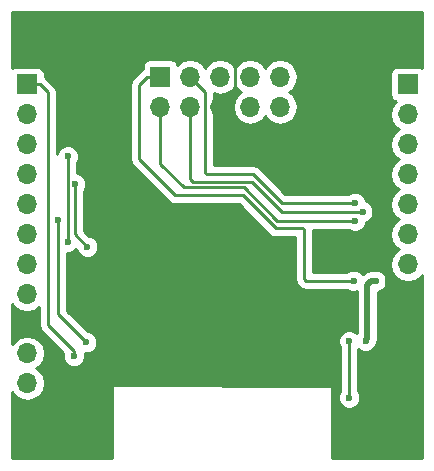
<source format=gbr>
G04 #@! TF.FileFunction,Copper,L2,Bot,Signal*
%FSLAX46Y46*%
G04 Gerber Fmt 4.6, Leading zero omitted, Abs format (unit mm)*
G04 Created by KiCad (PCBNEW 4.0.7) date Wed Apr  4 13:04:03 2018*
%MOMM*%
%LPD*%
G01*
G04 APERTURE LIST*
%ADD10C,0.100000*%
%ADD11R,1.700000X1.700000*%
%ADD12O,1.700000X1.700000*%
%ADD13C,3.500000*%
%ADD14C,0.600000*%
%ADD15C,0.250000*%
%ADD16C,0.500000*%
%ADD17C,0.254000*%
G04 APERTURE END LIST*
D10*
D11*
X119418100Y-91338400D03*
D12*
X119418100Y-88798400D03*
X119418100Y-86258400D03*
D11*
X119380000Y-63500000D03*
D12*
X119380000Y-66040000D03*
X119380000Y-68580000D03*
X119380000Y-71120000D03*
X119380000Y-73660000D03*
X119380000Y-76200000D03*
X119380000Y-78740000D03*
X119380000Y-81280000D03*
D11*
X151638000Y-63500000D03*
D12*
X151638000Y-66040000D03*
X151638000Y-68580000D03*
X151638000Y-71120000D03*
X151638000Y-73660000D03*
X151638000Y-76200000D03*
X151638000Y-78740000D03*
X151638000Y-81280000D03*
D13*
X136144000Y-80010000D03*
D11*
X130670300Y-62865000D03*
D12*
X130670300Y-65405000D03*
X133210300Y-62865000D03*
X133210300Y-65405000D03*
X135750300Y-62865000D03*
X135750300Y-65405000D03*
X138290300Y-62865000D03*
X138290300Y-65405000D03*
X140830300Y-62865000D03*
X140830300Y-65405000D03*
D14*
X123685300Y-79375000D03*
X123812300Y-81788000D03*
X142227300Y-67818000D03*
X148704300Y-70993000D03*
X132702300Y-59055000D03*
X128765300Y-59055000D03*
X125082300Y-59055000D03*
X122542300Y-90805000D03*
X122542300Y-93345000D03*
X125082300Y-93345000D03*
X125082300Y-90805000D03*
X141592300Y-76835000D03*
X137782300Y-74295000D03*
X133972300Y-74295000D03*
X131432300Y-76835000D03*
X130162300Y-79375000D03*
X130162300Y-81915000D03*
X131432300Y-86995000D03*
X131432300Y-84455000D03*
X133972300Y-84455000D03*
X133972300Y-86995000D03*
X136512300Y-86995000D03*
X136512300Y-84455000D03*
X139052300Y-84455000D03*
X139052300Y-86995000D03*
X141592300Y-79375000D03*
X141592300Y-81915000D03*
X141592300Y-84455000D03*
X141592300Y-86995000D03*
X149504400Y-81305400D03*
X149110700Y-88061800D03*
X141592300Y-59055000D03*
X137782300Y-59055000D03*
X125082300Y-61595000D03*
X148069300Y-85217000D03*
X148958300Y-80137000D03*
X146659600Y-85255100D03*
X146672300Y-90017600D03*
X122859800Y-76809600D03*
X122847100Y-69608700D03*
X123482100Y-71945500D03*
X124510800Y-77241400D03*
X122047000Y-75018900D03*
X124421900Y-85356700D03*
X147053300Y-80137000D03*
X147180300Y-75057000D03*
X147180300Y-73533000D03*
X147815300Y-74295000D03*
X123355100Y-86525100D03*
D15*
X123685300Y-79375000D02*
X123985299Y-79674999D01*
X123985299Y-79674999D02*
X129862301Y-79674999D01*
X129862301Y-79674999D02*
X130162300Y-79375000D01*
X130162300Y-81915000D02*
X123939300Y-81915000D01*
X123939300Y-81915000D02*
X123812300Y-81788000D01*
X148704300Y-70993000D02*
X145402300Y-70993000D01*
X145402300Y-70993000D02*
X142227300Y-67818000D01*
X149804399Y-78951099D02*
X148704300Y-77851000D01*
X148704300Y-77851000D02*
X148704300Y-70993000D01*
X149504400Y-81305400D02*
X149804399Y-81005401D01*
X149804399Y-81005401D02*
X149804399Y-78951099D01*
X128765300Y-59055000D02*
X132702300Y-59055000D01*
X137020300Y-61468000D02*
X137020300Y-64135000D01*
X137020300Y-64135000D02*
X135750300Y-65405000D01*
X137782300Y-60706000D02*
X137020300Y-61468000D01*
X137782300Y-59055000D02*
X137782300Y-60706000D01*
X122542300Y-93345000D02*
X122542300Y-90805000D01*
X125082300Y-90805000D02*
X125082300Y-93345000D01*
X140322300Y-76835000D02*
X141592300Y-76835000D01*
X137782300Y-74295000D02*
X140322300Y-76835000D01*
X131432300Y-76835000D02*
X133972300Y-74295000D01*
X130162300Y-81915000D02*
X130162300Y-79375000D01*
X131432300Y-84455000D02*
X131432300Y-86995000D01*
X133972300Y-86995000D02*
X133972300Y-84455000D01*
X136512300Y-84455000D02*
X136512300Y-86995000D01*
X139052300Y-86995000D02*
X139052300Y-84455000D01*
X141592300Y-81915000D02*
X141592300Y-79375000D01*
X141592300Y-86995000D02*
X141592300Y-84455000D01*
X149110700Y-88061800D02*
X149504400Y-87668100D01*
X149504400Y-87668100D02*
X149504400Y-81305400D01*
X137782300Y-59055000D02*
X141592300Y-59055000D01*
X125082300Y-61595000D02*
X125082300Y-59055000D01*
D16*
X148196300Y-80474736D02*
X148196300Y-85090000D01*
D15*
X148196300Y-85090000D02*
X148069300Y-85217000D01*
D16*
X148958300Y-80137000D02*
X148534036Y-80137000D01*
X148534036Y-80137000D02*
X148196300Y-80474736D01*
D15*
X146672300Y-90017600D02*
X146672300Y-85267800D01*
X146672300Y-85267800D02*
X146659600Y-85255100D01*
X122847100Y-76474236D02*
X122847100Y-76796900D01*
X122847100Y-76796900D02*
X122859800Y-76809600D01*
X122847100Y-76474236D02*
X122847100Y-69608700D01*
X124510800Y-77241400D02*
X123482100Y-76212700D01*
X123482100Y-76212700D02*
X123482100Y-71945500D01*
X124421900Y-85356700D02*
X122047000Y-82981800D01*
X122047000Y-82981800D02*
X122047000Y-75018900D01*
X141363700Y-65836800D02*
X140931900Y-65405000D01*
X128892300Y-69850000D02*
X128892300Y-63543000D01*
X128892300Y-63543000D02*
X129570300Y-62865000D01*
X129570300Y-62865000D02*
X130670300Y-62865000D01*
X131940300Y-72898000D02*
X128892300Y-69850000D01*
X137655300Y-72898000D02*
X131940300Y-72898000D01*
X140449300Y-75692000D02*
X137655300Y-72898000D01*
X142735300Y-75692000D02*
X140449300Y-75692000D01*
X142862300Y-75819000D02*
X142735300Y-75692000D01*
X142862300Y-80010000D02*
X142862300Y-75819000D01*
X142989300Y-80137000D02*
X142862300Y-80010000D01*
X147053300Y-80137000D02*
X142989300Y-80137000D01*
X130670300Y-66607081D02*
X130670300Y-65405000D01*
X130670300Y-70231000D02*
X130670300Y-66607081D01*
X132644311Y-72205011D02*
X130670300Y-70231000D01*
X137725721Y-72205011D02*
X132644311Y-72205011D01*
X140577710Y-75057000D02*
X137725721Y-72205011D01*
X147180300Y-75057000D02*
X140577710Y-75057000D01*
X147180300Y-73533000D02*
X140957300Y-73533000D01*
X134480300Y-64135000D02*
X133210300Y-62865000D01*
X140957300Y-73533000D02*
X138544300Y-71120000D01*
X134480300Y-70993000D02*
X134480300Y-64135000D01*
X138544300Y-71120000D02*
X134607300Y-71120000D01*
X134607300Y-71120000D02*
X134480300Y-70993000D01*
X133464300Y-71755000D02*
X133210300Y-71501000D01*
X133210300Y-71501000D02*
X133210300Y-65405000D01*
X138417300Y-71755000D02*
X133464300Y-71755000D01*
X140957300Y-74295000D02*
X138417300Y-71755000D01*
X147815300Y-74295000D02*
X140957300Y-74295000D01*
X121170700Y-83916436D02*
X121170700Y-64190700D01*
X121170700Y-64190700D02*
X120480000Y-63500000D01*
X120480000Y-63500000D02*
X119380000Y-63500000D01*
X123355100Y-86525100D02*
X123355100Y-86100836D01*
X123355100Y-86100836D02*
X121170700Y-83916436D01*
D17*
G36*
X152833000Y-57415001D02*
X152833000Y-59080400D01*
X152845674Y-59144114D01*
X152844645Y-62125145D01*
X152739890Y-62053569D01*
X152488000Y-62002560D01*
X150788000Y-62002560D01*
X150552683Y-62046838D01*
X150336559Y-62185910D01*
X150191569Y-62398110D01*
X150140560Y-62650000D01*
X150140560Y-64350000D01*
X150184838Y-64585317D01*
X150323910Y-64801441D01*
X150536110Y-64946431D01*
X150603541Y-64960086D01*
X150558853Y-64989946D01*
X150236946Y-65471715D01*
X150123907Y-66040000D01*
X150236946Y-66608285D01*
X150558853Y-67090054D01*
X150888026Y-67310000D01*
X150558853Y-67529946D01*
X150236946Y-68011715D01*
X150123907Y-68580000D01*
X150236946Y-69148285D01*
X150558853Y-69630054D01*
X150888026Y-69850000D01*
X150558853Y-70069946D01*
X150236946Y-70551715D01*
X150123907Y-71120000D01*
X150236946Y-71688285D01*
X150558853Y-72170054D01*
X150888026Y-72390000D01*
X150558853Y-72609946D01*
X150236946Y-73091715D01*
X150123907Y-73660000D01*
X150236946Y-74228285D01*
X150558853Y-74710054D01*
X150888026Y-74930000D01*
X150558853Y-75149946D01*
X150236946Y-75631715D01*
X150123907Y-76200000D01*
X150236946Y-76768285D01*
X150558853Y-77250054D01*
X150888026Y-77470000D01*
X150558853Y-77689946D01*
X150236946Y-78171715D01*
X150123907Y-78740000D01*
X150236946Y-79308285D01*
X150558853Y-79790054D01*
X151040622Y-80111961D01*
X151608907Y-80225000D01*
X151667093Y-80225000D01*
X152235378Y-80111961D01*
X152717147Y-79790054D01*
X152838612Y-79608268D01*
X152833245Y-95162300D01*
X145211800Y-95162300D01*
X145211800Y-89141300D01*
X145201794Y-89091890D01*
X145173353Y-89050265D01*
X145130959Y-89022985D01*
X145085239Y-89014301D01*
X126733739Y-88950801D01*
X126684295Y-88960636D01*
X126642572Y-88988932D01*
X126615146Y-89031232D01*
X126606300Y-89077800D01*
X126606300Y-95162300D01*
X118133936Y-95162300D01*
X118131844Y-89538492D01*
X118338953Y-89848454D01*
X118820722Y-90170361D01*
X119389007Y-90283400D01*
X119447193Y-90283400D01*
X120015478Y-90170361D01*
X120497247Y-89848454D01*
X120819154Y-89366685D01*
X120932193Y-88798400D01*
X120819154Y-88230115D01*
X120497247Y-87748346D01*
X120168074Y-87528400D01*
X120497247Y-87308454D01*
X120819154Y-86826685D01*
X120932193Y-86258400D01*
X120819154Y-85690115D01*
X120497247Y-85208346D01*
X120015478Y-84886439D01*
X119447193Y-84773400D01*
X119389007Y-84773400D01*
X118820722Y-84886439D01*
X118338953Y-85208346D01*
X118130349Y-85520545D01*
X118129066Y-82072957D01*
X118300853Y-82330054D01*
X118782622Y-82651961D01*
X119350907Y-82765000D01*
X119409093Y-82765000D01*
X119977378Y-82651961D01*
X120410700Y-82362425D01*
X120410700Y-83916436D01*
X120468552Y-84207275D01*
X120633299Y-84453837D01*
X122448869Y-86269407D01*
X122420262Y-86338301D01*
X122419938Y-86710267D01*
X122561983Y-87054043D01*
X122824773Y-87317292D01*
X123168301Y-87459938D01*
X123540267Y-87460262D01*
X123884043Y-87318217D01*
X124147292Y-87055427D01*
X124289938Y-86711899D01*
X124290262Y-86339933D01*
X124270278Y-86291569D01*
X124607067Y-86291862D01*
X124950843Y-86149817D01*
X125214092Y-85887027D01*
X125356738Y-85543499D01*
X125357062Y-85171533D01*
X125215017Y-84827757D01*
X124952227Y-84564508D01*
X124608699Y-84421862D01*
X124561823Y-84421821D01*
X122807000Y-82666998D01*
X122807000Y-77744555D01*
X123044967Y-77744762D01*
X123388743Y-77602717D01*
X123575647Y-77416139D01*
X123575638Y-77426567D01*
X123717683Y-77770343D01*
X123980473Y-78033592D01*
X124324001Y-78176238D01*
X124695967Y-78176562D01*
X125039743Y-78034517D01*
X125302992Y-77771727D01*
X125445638Y-77428199D01*
X125445962Y-77056233D01*
X125303917Y-76712457D01*
X125041127Y-76449208D01*
X124697599Y-76306562D01*
X124650724Y-76306521D01*
X124242100Y-75897898D01*
X124242100Y-72507963D01*
X124274292Y-72475827D01*
X124416938Y-72132299D01*
X124417262Y-71760333D01*
X124275217Y-71416557D01*
X124012427Y-71153308D01*
X123668899Y-71010662D01*
X123607100Y-71010608D01*
X123607100Y-70171163D01*
X123639292Y-70139027D01*
X123781938Y-69795499D01*
X123782262Y-69423533D01*
X123640217Y-69079757D01*
X123377427Y-68816508D01*
X123033899Y-68673862D01*
X122661933Y-68673538D01*
X122318157Y-68815583D01*
X122054908Y-69078373D01*
X121930700Y-69377498D01*
X121930700Y-64190700D01*
X121925875Y-64166441D01*
X121872848Y-63899860D01*
X121708101Y-63653299D01*
X121597802Y-63543000D01*
X128132300Y-63543000D01*
X128132300Y-69850000D01*
X128190152Y-70140839D01*
X128354899Y-70387401D01*
X131402899Y-73435401D01*
X131649461Y-73600148D01*
X131940300Y-73658000D01*
X137340498Y-73658000D01*
X139911899Y-76229401D01*
X140158461Y-76394148D01*
X140449300Y-76452000D01*
X142102300Y-76452000D01*
X142102300Y-80010000D01*
X142160152Y-80300839D01*
X142324899Y-80547401D01*
X142451899Y-80674401D01*
X142698461Y-80839148D01*
X142989300Y-80897000D01*
X146490837Y-80897000D01*
X146522973Y-80929192D01*
X146866501Y-81071838D01*
X147238467Y-81072162D01*
X147311300Y-81042068D01*
X147311300Y-84584493D01*
X147189927Y-84462908D01*
X146846399Y-84320262D01*
X146474433Y-84319938D01*
X146130657Y-84461983D01*
X145867408Y-84724773D01*
X145724762Y-85068301D01*
X145724438Y-85440267D01*
X145866483Y-85784043D01*
X145912300Y-85829940D01*
X145912300Y-89455137D01*
X145880108Y-89487273D01*
X145737462Y-89830801D01*
X145737138Y-90202767D01*
X145879183Y-90546543D01*
X146141973Y-90809792D01*
X146485501Y-90952438D01*
X146857467Y-90952762D01*
X147201243Y-90810717D01*
X147464492Y-90547927D01*
X147607138Y-90204399D01*
X147607462Y-89832433D01*
X147465417Y-89488657D01*
X147432300Y-89455482D01*
X147432300Y-85902333D01*
X147538973Y-86009192D01*
X147882501Y-86151838D01*
X148254467Y-86152162D01*
X148598243Y-86010117D01*
X148861492Y-85747327D01*
X148960771Y-85508238D01*
X149013933Y-85428675D01*
X149081300Y-85090000D01*
X149081300Y-81072108D01*
X149143467Y-81072162D01*
X149487243Y-80930117D01*
X149750492Y-80667327D01*
X149893138Y-80323799D01*
X149893462Y-79951833D01*
X149751417Y-79608057D01*
X149488627Y-79344808D01*
X149145099Y-79202162D01*
X148773133Y-79201838D01*
X148651731Y-79252000D01*
X148534041Y-79252000D01*
X148534036Y-79251999D01*
X148251552Y-79308190D01*
X148195361Y-79319367D01*
X147908246Y-79511210D01*
X147908244Y-79511213D01*
X147828924Y-79590533D01*
X147583627Y-79344808D01*
X147240099Y-79202162D01*
X146868133Y-79201838D01*
X146524357Y-79343883D01*
X146491182Y-79377000D01*
X143622300Y-79377000D01*
X143622300Y-75819000D01*
X143621902Y-75817000D01*
X146617837Y-75817000D01*
X146649973Y-75849192D01*
X146993501Y-75991838D01*
X147365467Y-75992162D01*
X147709243Y-75850117D01*
X147972492Y-75587327D01*
X148115138Y-75243799D01*
X148115191Y-75182759D01*
X148344243Y-75088117D01*
X148607492Y-74825327D01*
X148750138Y-74481799D01*
X148750462Y-74109833D01*
X148608417Y-73766057D01*
X148345627Y-73502808D01*
X148115410Y-73407213D01*
X148115462Y-73347833D01*
X147973417Y-73004057D01*
X147710627Y-72740808D01*
X147367099Y-72598162D01*
X146995133Y-72597838D01*
X146651357Y-72739883D01*
X146618182Y-72773000D01*
X141272102Y-72773000D01*
X139081701Y-70582599D01*
X138835139Y-70417852D01*
X138544300Y-70360000D01*
X135240300Y-70360000D01*
X135240300Y-64277648D01*
X135750300Y-64379093D01*
X136318585Y-64266054D01*
X136800354Y-63944147D01*
X137020300Y-63614974D01*
X137240246Y-63944147D01*
X137525878Y-64135000D01*
X137240246Y-64325853D01*
X136918339Y-64807622D01*
X136805300Y-65375907D01*
X136805300Y-65434093D01*
X136918339Y-66002378D01*
X137240246Y-66484147D01*
X137722015Y-66806054D01*
X138290300Y-66919093D01*
X138858585Y-66806054D01*
X139340354Y-66484147D01*
X139560300Y-66154974D01*
X139780246Y-66484147D01*
X140262015Y-66806054D01*
X140830300Y-66919093D01*
X141398585Y-66806054D01*
X141880354Y-66484147D01*
X142202261Y-66002378D01*
X142315300Y-65434093D01*
X142315300Y-65375907D01*
X142202261Y-64807622D01*
X141880354Y-64325853D01*
X141594722Y-64135000D01*
X141880354Y-63944147D01*
X142202261Y-63462378D01*
X142315300Y-62894093D01*
X142315300Y-62835907D01*
X142202261Y-62267622D01*
X141880354Y-61785853D01*
X141398585Y-61463946D01*
X140830300Y-61350907D01*
X140262015Y-61463946D01*
X139780246Y-61785853D01*
X139560300Y-62115026D01*
X139340354Y-61785853D01*
X138858585Y-61463946D01*
X138290300Y-61350907D01*
X137722015Y-61463946D01*
X137240246Y-61785853D01*
X137020300Y-62115026D01*
X136800354Y-61785853D01*
X136318585Y-61463946D01*
X135750300Y-61350907D01*
X135182015Y-61463946D01*
X134700246Y-61785853D01*
X134480300Y-62115026D01*
X134260354Y-61785853D01*
X133778585Y-61463946D01*
X133210300Y-61350907D01*
X132642015Y-61463946D01*
X132160246Y-61785853D01*
X132132450Y-61827452D01*
X132123462Y-61779683D01*
X131984390Y-61563559D01*
X131772190Y-61418569D01*
X131520300Y-61367560D01*
X129820300Y-61367560D01*
X129584983Y-61411838D01*
X129368859Y-61550910D01*
X129223869Y-61763110D01*
X129172860Y-62015000D01*
X129172860Y-62234080D01*
X129032899Y-62327599D01*
X128354899Y-63005599D01*
X128190152Y-63252161D01*
X128132300Y-63543000D01*
X121597802Y-63543000D01*
X121017401Y-62962599D01*
X120877440Y-62869080D01*
X120877440Y-62650000D01*
X120833162Y-62414683D01*
X120694090Y-62198559D01*
X120481890Y-62053569D01*
X120230000Y-62002560D01*
X118530000Y-62002560D01*
X118294683Y-62046838D01*
X118121658Y-62158177D01*
X118121500Y-61734436D01*
X118121500Y-59080400D01*
X118108800Y-59016553D01*
X118108800Y-57390599D01*
X152833000Y-57415001D01*
X152833000Y-57415001D01*
G37*
X152833000Y-57415001D02*
X152833000Y-59080400D01*
X152845674Y-59144114D01*
X152844645Y-62125145D01*
X152739890Y-62053569D01*
X152488000Y-62002560D01*
X150788000Y-62002560D01*
X150552683Y-62046838D01*
X150336559Y-62185910D01*
X150191569Y-62398110D01*
X150140560Y-62650000D01*
X150140560Y-64350000D01*
X150184838Y-64585317D01*
X150323910Y-64801441D01*
X150536110Y-64946431D01*
X150603541Y-64960086D01*
X150558853Y-64989946D01*
X150236946Y-65471715D01*
X150123907Y-66040000D01*
X150236946Y-66608285D01*
X150558853Y-67090054D01*
X150888026Y-67310000D01*
X150558853Y-67529946D01*
X150236946Y-68011715D01*
X150123907Y-68580000D01*
X150236946Y-69148285D01*
X150558853Y-69630054D01*
X150888026Y-69850000D01*
X150558853Y-70069946D01*
X150236946Y-70551715D01*
X150123907Y-71120000D01*
X150236946Y-71688285D01*
X150558853Y-72170054D01*
X150888026Y-72390000D01*
X150558853Y-72609946D01*
X150236946Y-73091715D01*
X150123907Y-73660000D01*
X150236946Y-74228285D01*
X150558853Y-74710054D01*
X150888026Y-74930000D01*
X150558853Y-75149946D01*
X150236946Y-75631715D01*
X150123907Y-76200000D01*
X150236946Y-76768285D01*
X150558853Y-77250054D01*
X150888026Y-77470000D01*
X150558853Y-77689946D01*
X150236946Y-78171715D01*
X150123907Y-78740000D01*
X150236946Y-79308285D01*
X150558853Y-79790054D01*
X151040622Y-80111961D01*
X151608907Y-80225000D01*
X151667093Y-80225000D01*
X152235378Y-80111961D01*
X152717147Y-79790054D01*
X152838612Y-79608268D01*
X152833245Y-95162300D01*
X145211800Y-95162300D01*
X145211800Y-89141300D01*
X145201794Y-89091890D01*
X145173353Y-89050265D01*
X145130959Y-89022985D01*
X145085239Y-89014301D01*
X126733739Y-88950801D01*
X126684295Y-88960636D01*
X126642572Y-88988932D01*
X126615146Y-89031232D01*
X126606300Y-89077800D01*
X126606300Y-95162300D01*
X118133936Y-95162300D01*
X118131844Y-89538492D01*
X118338953Y-89848454D01*
X118820722Y-90170361D01*
X119389007Y-90283400D01*
X119447193Y-90283400D01*
X120015478Y-90170361D01*
X120497247Y-89848454D01*
X120819154Y-89366685D01*
X120932193Y-88798400D01*
X120819154Y-88230115D01*
X120497247Y-87748346D01*
X120168074Y-87528400D01*
X120497247Y-87308454D01*
X120819154Y-86826685D01*
X120932193Y-86258400D01*
X120819154Y-85690115D01*
X120497247Y-85208346D01*
X120015478Y-84886439D01*
X119447193Y-84773400D01*
X119389007Y-84773400D01*
X118820722Y-84886439D01*
X118338953Y-85208346D01*
X118130349Y-85520545D01*
X118129066Y-82072957D01*
X118300853Y-82330054D01*
X118782622Y-82651961D01*
X119350907Y-82765000D01*
X119409093Y-82765000D01*
X119977378Y-82651961D01*
X120410700Y-82362425D01*
X120410700Y-83916436D01*
X120468552Y-84207275D01*
X120633299Y-84453837D01*
X122448869Y-86269407D01*
X122420262Y-86338301D01*
X122419938Y-86710267D01*
X122561983Y-87054043D01*
X122824773Y-87317292D01*
X123168301Y-87459938D01*
X123540267Y-87460262D01*
X123884043Y-87318217D01*
X124147292Y-87055427D01*
X124289938Y-86711899D01*
X124290262Y-86339933D01*
X124270278Y-86291569D01*
X124607067Y-86291862D01*
X124950843Y-86149817D01*
X125214092Y-85887027D01*
X125356738Y-85543499D01*
X125357062Y-85171533D01*
X125215017Y-84827757D01*
X124952227Y-84564508D01*
X124608699Y-84421862D01*
X124561823Y-84421821D01*
X122807000Y-82666998D01*
X122807000Y-77744555D01*
X123044967Y-77744762D01*
X123388743Y-77602717D01*
X123575647Y-77416139D01*
X123575638Y-77426567D01*
X123717683Y-77770343D01*
X123980473Y-78033592D01*
X124324001Y-78176238D01*
X124695967Y-78176562D01*
X125039743Y-78034517D01*
X125302992Y-77771727D01*
X125445638Y-77428199D01*
X125445962Y-77056233D01*
X125303917Y-76712457D01*
X125041127Y-76449208D01*
X124697599Y-76306562D01*
X124650724Y-76306521D01*
X124242100Y-75897898D01*
X124242100Y-72507963D01*
X124274292Y-72475827D01*
X124416938Y-72132299D01*
X124417262Y-71760333D01*
X124275217Y-71416557D01*
X124012427Y-71153308D01*
X123668899Y-71010662D01*
X123607100Y-71010608D01*
X123607100Y-70171163D01*
X123639292Y-70139027D01*
X123781938Y-69795499D01*
X123782262Y-69423533D01*
X123640217Y-69079757D01*
X123377427Y-68816508D01*
X123033899Y-68673862D01*
X122661933Y-68673538D01*
X122318157Y-68815583D01*
X122054908Y-69078373D01*
X121930700Y-69377498D01*
X121930700Y-64190700D01*
X121925875Y-64166441D01*
X121872848Y-63899860D01*
X121708101Y-63653299D01*
X121597802Y-63543000D01*
X128132300Y-63543000D01*
X128132300Y-69850000D01*
X128190152Y-70140839D01*
X128354899Y-70387401D01*
X131402899Y-73435401D01*
X131649461Y-73600148D01*
X131940300Y-73658000D01*
X137340498Y-73658000D01*
X139911899Y-76229401D01*
X140158461Y-76394148D01*
X140449300Y-76452000D01*
X142102300Y-76452000D01*
X142102300Y-80010000D01*
X142160152Y-80300839D01*
X142324899Y-80547401D01*
X142451899Y-80674401D01*
X142698461Y-80839148D01*
X142989300Y-80897000D01*
X146490837Y-80897000D01*
X146522973Y-80929192D01*
X146866501Y-81071838D01*
X147238467Y-81072162D01*
X147311300Y-81042068D01*
X147311300Y-84584493D01*
X147189927Y-84462908D01*
X146846399Y-84320262D01*
X146474433Y-84319938D01*
X146130657Y-84461983D01*
X145867408Y-84724773D01*
X145724762Y-85068301D01*
X145724438Y-85440267D01*
X145866483Y-85784043D01*
X145912300Y-85829940D01*
X145912300Y-89455137D01*
X145880108Y-89487273D01*
X145737462Y-89830801D01*
X145737138Y-90202767D01*
X145879183Y-90546543D01*
X146141973Y-90809792D01*
X146485501Y-90952438D01*
X146857467Y-90952762D01*
X147201243Y-90810717D01*
X147464492Y-90547927D01*
X147607138Y-90204399D01*
X147607462Y-89832433D01*
X147465417Y-89488657D01*
X147432300Y-89455482D01*
X147432300Y-85902333D01*
X147538973Y-86009192D01*
X147882501Y-86151838D01*
X148254467Y-86152162D01*
X148598243Y-86010117D01*
X148861492Y-85747327D01*
X148960771Y-85508238D01*
X149013933Y-85428675D01*
X149081300Y-85090000D01*
X149081300Y-81072108D01*
X149143467Y-81072162D01*
X149487243Y-80930117D01*
X149750492Y-80667327D01*
X149893138Y-80323799D01*
X149893462Y-79951833D01*
X149751417Y-79608057D01*
X149488627Y-79344808D01*
X149145099Y-79202162D01*
X148773133Y-79201838D01*
X148651731Y-79252000D01*
X148534041Y-79252000D01*
X148534036Y-79251999D01*
X148251552Y-79308190D01*
X148195361Y-79319367D01*
X147908246Y-79511210D01*
X147908244Y-79511213D01*
X147828924Y-79590533D01*
X147583627Y-79344808D01*
X147240099Y-79202162D01*
X146868133Y-79201838D01*
X146524357Y-79343883D01*
X146491182Y-79377000D01*
X143622300Y-79377000D01*
X143622300Y-75819000D01*
X143621902Y-75817000D01*
X146617837Y-75817000D01*
X146649973Y-75849192D01*
X146993501Y-75991838D01*
X147365467Y-75992162D01*
X147709243Y-75850117D01*
X147972492Y-75587327D01*
X148115138Y-75243799D01*
X148115191Y-75182759D01*
X148344243Y-75088117D01*
X148607492Y-74825327D01*
X148750138Y-74481799D01*
X148750462Y-74109833D01*
X148608417Y-73766057D01*
X148345627Y-73502808D01*
X148115410Y-73407213D01*
X148115462Y-73347833D01*
X147973417Y-73004057D01*
X147710627Y-72740808D01*
X147367099Y-72598162D01*
X146995133Y-72597838D01*
X146651357Y-72739883D01*
X146618182Y-72773000D01*
X141272102Y-72773000D01*
X139081701Y-70582599D01*
X138835139Y-70417852D01*
X138544300Y-70360000D01*
X135240300Y-70360000D01*
X135240300Y-64277648D01*
X135750300Y-64379093D01*
X136318585Y-64266054D01*
X136800354Y-63944147D01*
X137020300Y-63614974D01*
X137240246Y-63944147D01*
X137525878Y-64135000D01*
X137240246Y-64325853D01*
X136918339Y-64807622D01*
X136805300Y-65375907D01*
X136805300Y-65434093D01*
X136918339Y-66002378D01*
X137240246Y-66484147D01*
X137722015Y-66806054D01*
X138290300Y-66919093D01*
X138858585Y-66806054D01*
X139340354Y-66484147D01*
X139560300Y-66154974D01*
X139780246Y-66484147D01*
X140262015Y-66806054D01*
X140830300Y-66919093D01*
X141398585Y-66806054D01*
X141880354Y-66484147D01*
X142202261Y-66002378D01*
X142315300Y-65434093D01*
X142315300Y-65375907D01*
X142202261Y-64807622D01*
X141880354Y-64325853D01*
X141594722Y-64135000D01*
X141880354Y-63944147D01*
X142202261Y-63462378D01*
X142315300Y-62894093D01*
X142315300Y-62835907D01*
X142202261Y-62267622D01*
X141880354Y-61785853D01*
X141398585Y-61463946D01*
X140830300Y-61350907D01*
X140262015Y-61463946D01*
X139780246Y-61785853D01*
X139560300Y-62115026D01*
X139340354Y-61785853D01*
X138858585Y-61463946D01*
X138290300Y-61350907D01*
X137722015Y-61463946D01*
X137240246Y-61785853D01*
X137020300Y-62115026D01*
X136800354Y-61785853D01*
X136318585Y-61463946D01*
X135750300Y-61350907D01*
X135182015Y-61463946D01*
X134700246Y-61785853D01*
X134480300Y-62115026D01*
X134260354Y-61785853D01*
X133778585Y-61463946D01*
X133210300Y-61350907D01*
X132642015Y-61463946D01*
X132160246Y-61785853D01*
X132132450Y-61827452D01*
X132123462Y-61779683D01*
X131984390Y-61563559D01*
X131772190Y-61418569D01*
X131520300Y-61367560D01*
X129820300Y-61367560D01*
X129584983Y-61411838D01*
X129368859Y-61550910D01*
X129223869Y-61763110D01*
X129172860Y-62015000D01*
X129172860Y-62234080D01*
X129032899Y-62327599D01*
X128354899Y-63005599D01*
X128190152Y-63252161D01*
X128132300Y-63543000D01*
X121597802Y-63543000D01*
X121017401Y-62962599D01*
X120877440Y-62869080D01*
X120877440Y-62650000D01*
X120833162Y-62414683D01*
X120694090Y-62198559D01*
X120481890Y-62053569D01*
X120230000Y-62002560D01*
X118530000Y-62002560D01*
X118294683Y-62046838D01*
X118121658Y-62158177D01*
X118121500Y-61734436D01*
X118121500Y-59080400D01*
X118108800Y-59016553D01*
X118108800Y-57390599D01*
X152833000Y-57415001D01*
M02*

</source>
